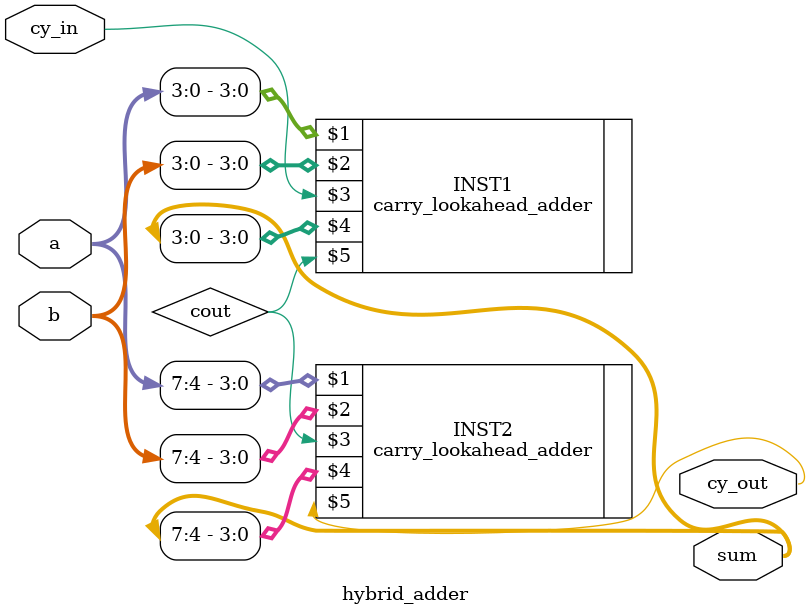
<source format=v>
/*Hybrid Adder
				*/
`timescale 1ns / 1ps
`include "carry_lookahead_adder.v"
module hybrid_adder(
    input [7:0] a,
    input [7:0] b,
    input cy_in,
    output [7:0] sum,
    output cy_out
    );

	wire cout;	

	//CLA module called 2 times
	carry_lookahead_adder INST1(a[3:0],b[3:0],cy_in,sum[3:0],cout);
	carry_lookahead_adder INST2(a[7:4],b[7:4],cout,sum[7:4],cy_out);
	
endmodule

</source>
